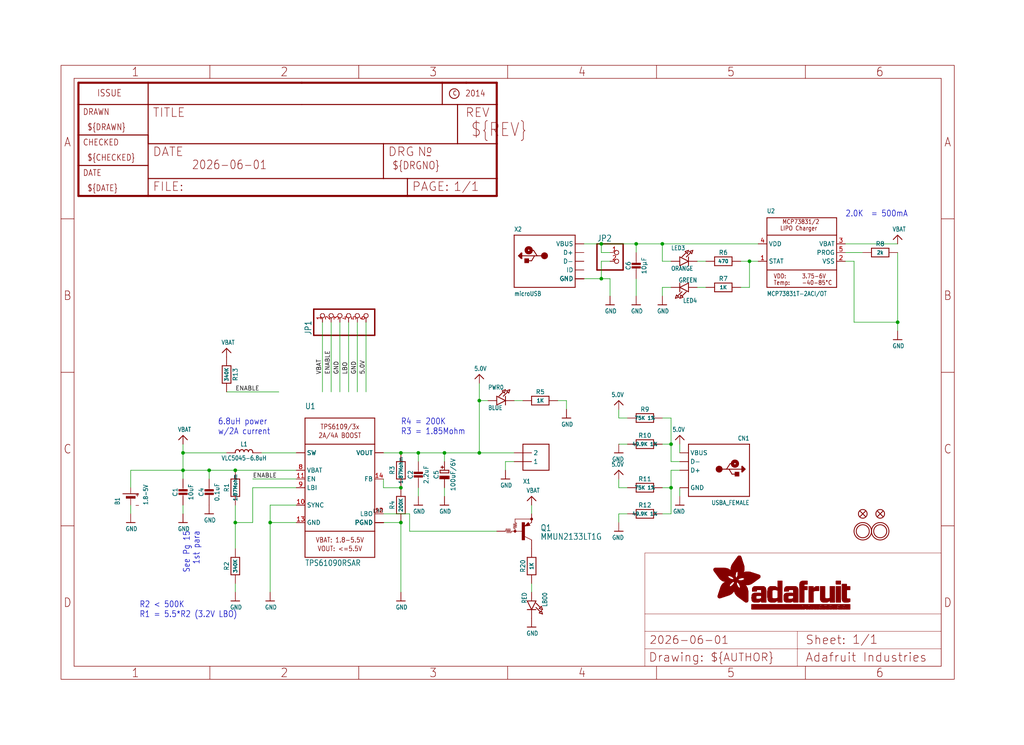
<source format=kicad_sch>
(kicad_sch (version 20230121) (generator eeschema)
  (paper "User" 298.45 217.322)
  (lib_symbols
    (symbol "working-eagle-import:-PNP_DRIVER-SC59-BEC"
      (property "Reference" "T" (at -10.16 7.62 0))
      (symbol "-PNP_DRIVER-SC59-BEC_1_0"
        (pin passive line (at -7.62 0 0) (length 2.54) (name "B") (number "B"))
        (pin passive line (at 2.54 -5.08 90) (length 2.54) (name "C") (number "C"))
        (pin passive line (at 2.54 5.08 270) (length 2.54) (name "E") (number "E"))
      )
    )
    (symbol "working-eagle-import:5.0V" (power)
      (property "Value" "5.0V" (at -1.524 1.016 0))
      (symbol "5.0V_1_0"
        (pin power_in line (at 0 -2.54 90) (length 2.54) (name "5.0V") (number "1"))
      )
    )
    (symbol "working-eagle-import:BATTERY"
      (property "Reference" "B" (at -2.54 3.175 0))
      (symbol "BATTERY_1_0"
        (text "+" (at 1.27 -1.143 900) (effects (font (size 1.27 1.0795)) (justify right top)))
        (text "-" (at -1.778 -1.143 900) (effects (font (size 1.27 1.0795)) (justify right top)))
        (pin passive line (at -2.54 0 0) (length 0) (name "-") (number "1"))
        (pin passive line (at 2.54 0 180) (length 0) (name "+") (number "2"))
      )
    )
    (symbol "working-eagle-import:CAP_CERAMIC0805-NOOUTLINE"
      (property "Reference" "C" (at -2.29 1.25 90))
      (symbol "CAP_CERAMIC0805-NOOUTLINE_1_0"
        (pin passive line (at 0 5.08 270) (length 2.54) (name "1") (number "1"))
        (pin passive line (at 0 -2.54 90) (length 2.54) (name "2") (number "2"))
      )
    )
    (symbol "working-eagle-import:CAP_TANTALUMB/3528_REFLOW"
      (property "Reference" "C" (at -2.39 1.25 90))
      (symbol "CAP_TANTALUMB/3528_REFLOW_1_0"
        (pin passive line (at 0 5.08 270) (length 2.54) (name "+") (number "+"))
        (pin passive line (at 0 -2.54 90) (length 2.54) (name "-") (number "-"))
      )
    )
    (symbol "working-eagle-import:FIDUCIAL{dblquote}{dblquote}")
    (symbol "working-eagle-import:FRAME_A4"
      (symbol "FRAME_A4_1_0"
        (text "1" (at 21.6958 1.905 0) (effects (font (size 2.54 2.286))))
        (text "1" (at 21.6958 177.165 0) (effects (font (size 2.54 2.286))))
        (text "2" (at 65.0875 1.905 0) (effects (font (size 2.54 2.286))))
        (text "2" (at 65.0875 177.165 0) (effects (font (size 2.54 2.286))))
        (text "3" (at 108.4792 1.905 0) (effects (font (size 2.54 2.286))))
        (text "3" (at 108.4792 177.165 0) (effects (font (size 2.54 2.286))))
        (text "4" (at 151.8708 1.905 0) (effects (font (size 2.54 2.286))))
        (text "4" (at 151.8708 177.165 0) (effects (font (size 2.54 2.286))))
        (text "5" (at 195.2625 1.905 0) (effects (font (size 2.54 2.286))))
        (text "5" (at 195.2625 177.165 0) (effects (font (size 2.54 2.286))))
        (text "6" (at 238.6542 1.905 0) (effects (font (size 2.54 2.286))))
        (text "6" (at 238.6542 177.165 0) (effects (font (size 2.54 2.286))))
        (text "A" (at 1.905 156.6863 0) (effects (font (size 2.54 2.286))))
        (text "A" (at 258.445 156.6863 0) (effects (font (size 2.54 2.286))))
        (text "B" (at 1.905 111.9188 0) (effects (font (size 2.54 2.286))))
        (text "B" (at 258.445 111.9188 0) (effects (font (size 2.54 2.286))))
        (text "C" (at 1.905 67.1513 0) (effects (font (size 2.54 2.286))))
        (text "C" (at 258.445 67.1513 0) (effects (font (size 2.54 2.286))))
        (text "D" (at 1.905 22.3838 0) (effects (font (size 2.54 2.286))))
        (text "D" (at 258.445 22.3838 0) (effects (font (size 2.54 2.286))))
      )
      (symbol "FRAME_A4_2_0"
        (text "${#}/${##}" (at 109.22 2.54 0) (effects (font (size 2.54 2.54)) (justify left bottom)))
        (text "${CHECKED}" (at 2.54 11.43 0) (effects (font (size 1.778 1.5113)) (justify left bottom)))
        (text "${COMPANY}" (at 23.6538 29.3687 0) (effects (font (size 3.175 2.6987) (thickness 0.5397) bold) (justify left bottom)))
        (text "${CURRENT_DATE}" (at 33.02 8.89 0) (effects (font (size 2.54 2.159)) (justify left bottom)))
        (text "${DATE}" (at 2.54 2.54 0) (effects (font (size 1.778 1.5113)) (justify left bottom)))
        (text "${DRAWN}" (at 2.54 20.32 0) (effects (font (size 1.778 1.5113)) (justify left bottom)))
        (text "${DRGNO}" (at 91.44 8.89 0) (effects (font (size 2.1844 1.8567)) (justify left bottom)))
        (text "${PROJECTNAME}" (at 33.3375 2.54 0) (effects (font (size 2.54 2.159)) (justify left bottom)))
        (text "${REV}" (at 114.3 18.415 0) (effects (font (size 3.81 3.2385)) (justify left bottom)))
        (text "2014" (at 112.7125 30.1625 0) (effects (font (size 1.778 1.5113)) (justify left bottom)))
        (text "C" (at 109.0612 30.48 0) (effects (font (size 1.27 1.0795)) (justify left bottom)))
        (text "CHECKED" (at 1.27 15.875 0) (effects (font (size 1.778 1.5113)) (justify left bottom)))
        (text "DATE" (at 1.27 6.985 0) (effects (font (size 1.778 1.5113)) (justify left bottom)))
        (text "DATE" (at 21.59 12.7 0) (effects (font (size 2.54 2.54)) (justify left bottom)))
        (text "DRAWN" (at 1.27 24.765 0) (effects (font (size 1.778 1.5113)) (justify left bottom)))
        (text "DRG" (at 90.17 12.7 0) (effects (font (size 2.54 2.54)) (justify left bottom)))
        (text "FILE:" (at 21.59 2.54 0) (effects (font (size 2.54 2.54)) (justify left bottom)))
        (text "ISSUE" (at 5.3975 30.1625 0) (effects (font (size 1.9304 1.6408)) (justify left bottom)))
        (text "N" (at 98.7425 12.7 0) (effects (font (size 2.54 2.54)) (justify left bottom)))
        (text "o" (at 101.2825 13.6525 0) (effects (font (size 2.1844 1.8567)) (justify left bottom)))
        (text "PAGE:" (at 97.155 2.54 0) (effects (font (size 2.54 2.54)) (justify left bottom)))
        (text "REV" (at 112.7125 24.13 0) (effects (font (size 2.54 2.54)) (justify left bottom)))
        (text "TITLE" (at 21.59 24.13 0) (effects (font (size 2.54 2.54)) (justify left bottom)))
      )
    )
    (symbol "working-eagle-import:FRAME_A4_ADAFRUIT"
      (symbol "FRAME_A4_ADAFRUIT_1_0"
        (text "${#}/${##}" (at 230.505 10.16 0) (effects (font (size 2.54 2.54)) (justify left bottom)))
        (text "${AUTHOR}" (at 189.23 5.08 0) (effects (font (size 2.286 2.286)) (justify left bottom)))
        (text "${CURRENT_DATE}" (at 171.45 10.16 0) (effects (font (size 2.286 2.286)) (justify left bottom)))
        (text "${PROJECTNAME}" (at 171.45 15.24 0) (effects (font (size 2.54 2.54)) (justify left bottom)))
        (text "1" (at 21.6958 1.905 0) (effects (font (size 2.54 2.286))))
        (text "1" (at 21.6958 177.165 0) (effects (font (size 2.54 2.286))))
        (text "2" (at 65.0875 1.905 0) (effects (font (size 2.54 2.286))))
        (text "2" (at 65.0875 177.165 0) (effects (font (size 2.54 2.286))))
        (text "3" (at 108.4792 1.905 0) (effects (font (size 2.54 2.286))))
        (text "3" (at 108.4792 177.165 0) (effects (font (size 2.54 2.286))))
        (text "4" (at 151.8708 1.905 0) (effects (font (size 2.54 2.286))))
        (text "4" (at 151.8708 177.165 0) (effects (font (size 2.54 2.286))))
        (text "5" (at 195.2625 1.905 0) (effects (font (size 2.54 2.286))))
        (text "5" (at 195.2625 177.165 0) (effects (font (size 2.54 2.286))))
        (text "6" (at 238.6542 1.905 0) (effects (font (size 2.54 2.286))))
        (text "6" (at 238.6542 177.165 0) (effects (font (size 2.54 2.286))))
        (text "A" (at 1.905 156.6863 0) (effects (font (size 2.54 2.286))))
        (text "A" (at 258.445 156.6863 0) (effects (font (size 2.54 2.286))))
        (text "Adafruit Industries" (at 216.916 4.953 0) (effects (font (size 2.54 2.54)) (justify left bottom)))
        (text "B" (at 1.905 111.9188 0) (effects (font (size 2.54 2.286))))
        (text "B" (at 258.445 111.9188 0) (effects (font (size 2.54 2.286))))
        (text "C" (at 1.905 67.1513 0) (effects (font (size 2.54 2.286))))
        (text "C" (at 258.445 67.1513 0) (effects (font (size 2.54 2.286))))
        (text "D" (at 1.905 22.3838 0) (effects (font (size 2.54 2.286))))
        (text "D" (at 258.445 22.3838 0) (effects (font (size 2.54 2.286))))
        (text "Drawing:" (at 171.196 4.953 0) (effects (font (size 2.54 2.54)) (justify left bottom)))
        (text "Sheet:" (at 216.916 10.033 0) (effects (font (size 2.54 2.54)) (justify left bottom)))
      )
    )
    (symbol "working-eagle-import:GND" (power)
      (property "Value" "GND" (at -1.524 -2.54 0))
      (symbol "GND_1_0"
        (pin power_in line (at 0 2.54 270) (length 2.54) (name "GND") (number "1"))
      )
    )
    (symbol "working-eagle-import:HEADER-1X2ROUND"
      (property "Reference" "JP" (at -6.35 5.715 0))
      (symbol "HEADER-1X2ROUND_1_0"
        (pin passive inverted (at -2.54 2.54 0) (length 2.54) (name "1") (number "1"))
        (pin passive inverted (at -2.54 0 0) (length 2.54) (name "2") (number "2"))
      )
    )
    (symbol "working-eagle-import:INDUCTORTDK_VLC5045"
      (property "Reference" "L" (at 0 2.54 0))
      (symbol "INDUCTORTDK_VLC5045_1_0"
        (pin passive line (at -5.08 0 0) (length 2.54) (name "1") (number "P$1"))
        (pin passive line (at 5.08 0 180) (length 2.54) (name "2") (number "P$2"))
      )
    )
    (symbol "working-eagle-import:LED0805_NOOUTLINE"
      (property "Reference" "LED" (at -5.08 3.175 0))
      (symbol "LED0805_NOOUTLINE_1_0"
        (pin passive line (at -5.08 0 0) (length 2.54) (name "A") (number "A"))
        (pin passive line (at 2.54 0 180) (length 2.54) (name "C") (number "C"))
      )
    )
    (symbol "working-eagle-import:MCP73831/2"
      (property "Reference" "U" (at -10.16 11.43 0))
      (symbol "MCP73831/2_1_0"
        (text "-40-85°C" (at 0 -9.525 0) (effects (font (size 1.27 1.0795)) (justify left bottom)))
        (text "3.75-6V" (at 0 -7.62 0) (effects (font (size 1.27 1.0795)) (justify left bottom)))
        (text "LIPO Charger" (at -6.35 6.35 0) (effects (font (size 1.27 1.0795)) (justify left bottom)))
        (text "MCP73831/2" (at -5.715 8.255 0) (effects (font (size 1.27 1.0795)) (justify left bottom)))
        (text "Temp:" (at -8.255 -9.525 0) (effects (font (size 1.27 1.0795)) (justify left bottom)))
        (text "VDD:" (at -8.255 -7.62 0) (effects (font (size 1.27 1.0795)) (justify left bottom)))
        (pin output line (at -12.7 -2.54 0) (length 2.54) (name "STAT") (number "1"))
        (pin power_in line (at 12.7 -2.54 180) (length 2.54) (name "VSS") (number "2"))
        (pin power_in line (at 12.7 2.54 180) (length 2.54) (name "VBAT") (number "3"))
        (pin power_in line (at -12.7 2.54 0) (length 2.54) (name "VDD") (number "4"))
        (pin input line (at 12.7 0 180) (length 2.54) (name "PROG") (number "5"))
      )
    )
    (symbol "working-eagle-import:MOUNTINGHOLE2.5")
    (symbol "working-eagle-import:PINHD-1X6CB"
      (property "Reference" "JP" (at -6.35 10.795 0))
      (symbol "PINHD-1X6CB_1_0"
        (pin passive inverted (at -2.54 7.62 0) (length 2.54) (name "1") (number "1"))
        (pin passive inverted (at -2.54 5.08 0) (length 2.54) (name "2") (number "2"))
        (pin passive inverted (at -2.54 2.54 0) (length 2.54) (name "3") (number "3"))
        (pin passive inverted (at -2.54 0 0) (length 2.54) (name "4") (number "4"))
        (pin passive inverted (at -2.54 -2.54 0) (length 2.54) (name "5") (number "5"))
        (pin passive inverted (at -2.54 -5.08 0) (length 2.54) (name "6") (number "6"))
      )
    )
    (symbol "working-eagle-import:RESISTOR0805_NOOUTLINE"
      (property "Reference" "R" (at 0 2.54 0))
      (symbol "RESISTOR0805_NOOUTLINE_1_0"
        (pin passive line (at -5.08 0 0) (length 2.54) (name "1") (number "1"))
        (pin passive line (at 5.08 0 180) (length 2.54) (name "2") (number "2"))
      )
    )
    (symbol "working-eagle-import:TERMBLOCK_1X2"
      (property "Reference" "X" (at -2.54 7.62 0))
      (symbol "TERMBLOCK_1X2_1_0"
        (pin passive line (at -5.08 2.54 0) (length 5.08) (name "1") (number "1"))
        (pin passive line (at -5.08 0 0) (length 5.08) (name "2") (number "2"))
      )
    )
    (symbol "working-eagle-import:USBMICRO_20329"
      (property "Reference" "X" (at -10.16 8.636 0))
      (symbol "USBMICRO_20329_1_0"
        (pin power_in line (at 10.16 -5.08 180) (length 2.54) (name "GND") (number "BASE@1"))
        (pin power_in line (at 10.16 -5.08 180) (length 2.54) (name "GND") (number "BASE@2"))
        (pin bidirectional line (at 10.16 2.54 180) (length 2.54) (name "D+") (number "D+"))
        (pin bidirectional line (at 10.16 0 180) (length 2.54) (name "D-") (number "D-"))
        (pin power_in line (at 10.16 -5.08 180) (length 2.54) (name "GND") (number "GND"))
        (pin bidirectional line (at 10.16 -2.54 180) (length 2.54) (name "ID") (number "ID"))
        (pin power_in line (at 10.16 -5.08 180) (length 2.54) (name "GND") (number "SPRT@1"))
        (pin power_in line (at 10.16 -5.08 180) (length 2.54) (name "GND") (number "SPRT@2"))
        (pin power_in line (at 10.16 -5.08 180) (length 2.54) (name "GND") (number "SPRT@3"))
        (pin power_in line (at 10.16 -5.08 180) (length 2.54) (name "GND") (number "SPRT@4"))
        (pin power_in line (at 10.16 5.08 180) (length 2.54) (name "VBUS") (number "VBUS"))
      )
    )
    (symbol "working-eagle-import:USB_TYPEAPTHFML"
      (property "Reference" "X" (at -10.16 8.636 0))
      (symbol "USB_TYPEAPTHFML_1_0"
        (pin bidirectional line (at 10.16 0 180) (length 2.54) (name "D+") (number "D+"))
        (pin bidirectional line (at 10.16 2.54 180) (length 2.54) (name "D-") (number "D-"))
        (pin power_in line (at 10.16 -5.08 180) (length 2.54) (name "GND") (number "GND"))
        (pin power_in line (at 10.16 5.08 180) (length 2.54) (name "VBUS") (number "VBUS"))
      )
    )
    (symbol "working-eagle-import:VBAT" (power)
      (property "Value" "VBAT" (at -1.524 1.016 0))
      (symbol "VBAT_1_0"
        (pin power_in line (at 0 -2.54 90) (length 2.54) (name "VBAT") (number "1"))
      )
    )
    (symbol "working-eagle-import:VREG_TPS6103X"
      (property "Reference" "U" (at -10.16 22.86 0))
      (symbol "VREG_TPS6103X_1_0"
        (text "2A/4A BOOST" (at 0 15.24 0) (effects (font (size 1.4224 1.209))))
        (text "TPS6109/3x" (at 0 17.78 0) (effects (font (size 1.4224 1.209))))
        (text "VBAT: 1.8-5.5V" (at 0 -15.24 0) (effects (font (size 1.4224 1.209))))
        (text "VOUT: <=5.5V" (at 0 -17.78 0) (effects (font (size 1.4224 1.209))))
        (pin power_in line (at 12.7 10.16 180) (length 2.54) (name "VOUT") (number "1"))
        (pin input line (at -12.7 -5.08 0) (length 2.54) (name "SYNC") (number "10"))
        (pin input line (at -12.7 2.54 0) (length 2.54) (name "EN") (number "11"))
        (pin output line (at 12.7 -7.62 180) (length 2.54) (name "LBO") (number "12"))
        (pin power_in line (at -12.7 -10.16 0) (length 2.54) (name "GND") (number "13"))
        (pin input line (at 12.7 2.54 180) (length 2.54) (name "FB") (number "14"))
        (pin power_in line (at 12.7 10.16 180) (length 2.54) (name "VOUT") (number "15"))
        (pin power_in line (at 12.7 10.16 180) (length 2.54) (name "VOUT") (number "16"))
        (pin input line (at -12.7 10.16 0) (length 2.54) (name "SW") (number "3"))
        (pin input line (at -12.7 10.16 0) (length 2.54) (name "SW") (number "4"))
        (pin power_in line (at 12.7 -10.16 180) (length 2.54) (name "PGND") (number "5"))
        (pin power_in line (at 12.7 -10.16 180) (length 2.54) (name "PGND") (number "6"))
        (pin power_in line (at 12.7 -10.16 180) (length 2.54) (name "PGND") (number "7"))
        (pin input line (at -12.7 5.08 0) (length 2.54) (name "VBAT") (number "8"))
        (pin input line (at -12.7 0 0) (length 2.54) (name "LBI") (number "9"))
        (pin power_in line (at 12.7 -10.16 180) (length 2.54) (name "PGND") (number "P$18"))
        (pin power_in line (at 12.7 -10.16 180) (length 2.54) (name "PGND") (number "P$19"))
        (pin power_in line (at 12.7 -10.16 180) (length 2.54) (name "PGND") (number "P$20"))
        (pin power_in line (at 12.7 -10.16 180) (length 2.54) (name "PGND") (number "P$21"))
        (pin power_in line (at 12.7 -10.16 180) (length 2.54) (name "PGND") (number "P$22"))
        (pin power_in line (at 12.7 -10.16 180) (length 2.54) (name "PGND") (number "THERMAL"))
      )
    )
  )
  (junction (at 116.84 152.4))
  (junction (at 129.54 132.08))
  (junction (at 53.34 132.08))
  (junction (at 60.96 137.16))
  (junction (at 139.7 116.84))
  (junction (at 175.26 71.12))
  (junction (at 218.44 76.2))
  (junction (at 175.26 81.28))
  (junction (at 261.62 93.98))
  (junction (at 195.58 129.54))
  (junction (at 195.58 142.24))
  (junction (at 78.74 152.4))
  (junction (at 53.34 137.16))
  (junction (at 68.58 152.4))
  (junction (at 193.04 71.12))
  (junction (at 116.84 142.24))
  (junction (at 121.92 132.08))
  (junction (at 116.84 132.08))
  (junction (at 68.58 137.16))
  (junction (at 139.7 132.08))
  (junction (at 185.42 71.12))
  (wire (pts (xy 195.58 137.16) (xy 195.58 142.24)) (stroke (width 0.1524)))
  (wire (pts (xy 73.66 152.4) (xy 73.66 142.24)) (stroke (width 0.1524)))
  (wire (pts (xy 116.84 132.08) (xy 121.92 132.08)) (stroke (width 0.1524)))
  (wire (pts (xy 195.58 134.62) (xy 195.58 129.54)) (stroke (width 0.1524)))
  (wire (pts (xy 175.26 81.28) (xy 177.8 81.28)) (stroke (width 0.1524)))
  (wire (pts (xy 198.12 134.62) (xy 195.58 134.62)) (stroke (width 0.1524)))
  (wire (pts (xy 248.92 93.98) (xy 261.62 93.98)) (stroke (width 0.1524)))
  (wire (pts (xy 215.9 76.2) (xy 218.44 76.2)) (stroke (width 0.1524)))
  (wire (pts (xy 175.26 76.2) (xy 175.26 81.28)) (stroke (width 0.1524)))
  (wire (pts (xy 60.96 137.16) (xy 53.34 137.16)) (stroke (width 0.1524)))
  (wire (pts (xy 86.36 132.08) (xy 76.2 132.08)) (stroke (width 0.1524)))
  (wire (pts (xy 53.34 132.08) (xy 53.34 129.54)) (stroke (width 0.1524)))
  (wire (pts (xy 38.1 137.16) (xy 53.34 137.16)) (stroke (width 0.1524)))
  (wire (pts (xy 182.88 142.24) (xy 180.34 142.24)) (stroke (width 0.1524)))
  (wire (pts (xy 261.62 73.66) (xy 261.62 93.98)) (stroke (width 0.1524)))
  (wire (pts (xy 218.44 76.2) (xy 220.98 76.2)) (stroke (width 0.1524)))
  (wire (pts (xy 68.58 152.4) (xy 68.58 160.02)) (stroke (width 0.1524)))
  (wire (pts (xy 38.1 137.16) (xy 38.1 142.24)) (stroke (width 0.1524)))
  (wire (pts (xy 129.54 142.24) (xy 129.54 144.78)) (stroke (width 0.1524)))
  (wire (pts (xy 170.18 71.12) (xy 175.26 71.12)) (stroke (width 0.1524)))
  (wire (pts (xy 147.32 134.62) (xy 149.86 134.62)) (stroke (width 0.1524)))
  (wire (pts (xy 111.76 132.08) (xy 116.84 132.08)) (stroke (width 0.1524)))
  (wire (pts (xy 73.66 152.4) (xy 68.58 152.4)) (stroke (width 0.1524)))
  (wire (pts (xy 38.1 147.32) (xy 38.1 149.86)) (stroke (width 0.1524)))
  (wire (pts (xy 78.74 147.32) (xy 78.74 152.4)) (stroke (width 0.1524)))
  (wire (pts (xy 261.62 71.12) (xy 246.38 71.12)) (stroke (width 0.1524)))
  (wire (pts (xy 119.38 149.86) (xy 119.38 154.94)) (stroke (width 0.1524)))
  (wire (pts (xy 177.8 73.66) (xy 175.26 73.66)) (stroke (width 0.1524)))
  (wire (pts (xy 180.34 149.86) (xy 180.34 152.4)) (stroke (width 0.1524)))
  (wire (pts (xy 86.36 139.7) (xy 73.66 139.7)) (stroke (width 0.1524)))
  (wire (pts (xy 66.04 132.08) (xy 53.34 132.08)) (stroke (width 0.1524)))
  (wire (pts (xy 101.6 93.98) (xy 101.6 114.3)) (stroke (width 0.1524)))
  (wire (pts (xy 68.58 137.16) (xy 60.96 137.16)) (stroke (width 0.1524)))
  (wire (pts (xy 86.36 142.24) (xy 73.66 142.24)) (stroke (width 0.1524)))
  (wire (pts (xy 86.36 137.16) (xy 68.58 137.16)) (stroke (width 0.1524)))
  (wire (pts (xy 198.12 137.16) (xy 195.58 137.16)) (stroke (width 0.1524)))
  (wire (pts (xy 149.86 132.08) (xy 139.7 132.08)) (stroke (width 0.1524)))
  (wire (pts (xy 121.92 142.24) (xy 121.92 144.78)) (stroke (width 0.1524)))
  (wire (pts (xy 96.52 93.98) (xy 96.52 114.3)) (stroke (width 0.1524)))
  (wire (pts (xy 106.68 93.98) (xy 106.68 114.3)) (stroke (width 0.1524)))
  (wire (pts (xy 170.18 81.28) (xy 175.26 81.28)) (stroke (width 0.1524)))
  (wire (pts (xy 185.42 71.12) (xy 193.04 71.12)) (stroke (width 0.1524)))
  (wire (pts (xy 68.58 152.4) (xy 68.58 147.32)) (stroke (width 0.1524)))
  (wire (pts (xy 180.34 142.24) (xy 180.34 139.7)) (stroke (width 0.1524)))
  (wire (pts (xy 195.58 76.2) (xy 193.04 76.2)) (stroke (width 0.1524)))
  (wire (pts (xy 177.8 81.28) (xy 177.8 86.36)) (stroke (width 0.1524)))
  (wire (pts (xy 111.76 139.7) (xy 111.76 142.24)) (stroke (width 0.1524)))
  (wire (pts (xy 198.12 142.24) (xy 198.12 144.78)) (stroke (width 0.1524)))
  (wire (pts (xy 180.34 121.92) (xy 180.34 119.38)) (stroke (width 0.1524)))
  (wire (pts (xy 147.32 134.62) (xy 147.32 137.16)) (stroke (width 0.1524)))
  (wire (pts (xy 195.58 121.92) (xy 193.04 121.92)) (stroke (width 0.1524)))
  (wire (pts (xy 121.92 132.08) (xy 129.54 132.08)) (stroke (width 0.1524)))
  (wire (pts (xy 111.76 149.86) (xy 119.38 149.86)) (stroke (width 0.1524)))
  (wire (pts (xy 86.36 152.4) (xy 78.74 152.4)) (stroke (width 0.1524)))
  (wire (pts (xy 78.74 152.4) (xy 78.74 172.72)) (stroke (width 0.1524)))
  (wire (pts (xy 111.76 152.4) (xy 116.84 152.4)) (stroke (width 0.1524)))
  (wire (pts (xy 93.98 93.98) (xy 93.98 114.3)) (stroke (width 0.1524)))
  (wire (pts (xy 165.1 116.84) (xy 165.1 119.38)) (stroke (width 0.1524)))
  (wire (pts (xy 182.88 129.54) (xy 180.34 129.54)) (stroke (width 0.1524)))
  (wire (pts (xy 53.34 147.32) (xy 53.34 149.86)) (stroke (width 0.1524)))
  (wire (pts (xy 104.14 93.98) (xy 104.14 114.3)) (stroke (width 0.1524)))
  (wire (pts (xy 121.92 134.62) (xy 121.92 132.08)) (stroke (width 0.1524)))
  (wire (pts (xy 129.54 132.08) (xy 129.54 134.62)) (stroke (width 0.1524)))
  (wire (pts (xy 185.42 81.28) (xy 185.42 86.36)) (stroke (width 0.1524)))
  (wire (pts (xy 68.58 172.72) (xy 68.58 170.18)) (stroke (width 0.1524)))
  (wire (pts (xy 86.36 147.32) (xy 78.74 147.32)) (stroke (width 0.1524)))
  (wire (pts (xy 129.54 132.08) (xy 139.7 132.08)) (stroke (width 0.1524)))
  (wire (pts (xy 198.12 132.08) (xy 198.12 129.54)) (stroke (width 0.1524)))
  (wire (pts (xy 99.06 114.3) (xy 99.06 93.98)) (stroke (width 0.1524)))
  (wire (pts (xy 246.38 76.2) (xy 248.92 76.2)) (stroke (width 0.1524)))
  (wire (pts (xy 193.04 76.2) (xy 193.04 71.12)) (stroke (width 0.1524)))
  (wire (pts (xy 185.42 73.66) (xy 185.42 71.12)) (stroke (width 0.1524)))
  (wire (pts (xy 149.86 116.84) (xy 152.4 116.84)) (stroke (width 0.1524)))
  (wire (pts (xy 53.34 132.08) (xy 53.34 137.16)) (stroke (width 0.1524)))
  (wire (pts (xy 205.74 83.82) (xy 203.2 83.82)) (stroke (width 0.1524)))
  (wire (pts (xy 162.56 116.84) (xy 165.1 116.84)) (stroke (width 0.1524)))
  (wire (pts (xy 111.76 142.24) (xy 116.84 142.24)) (stroke (width 0.1524)))
  (wire (pts (xy 139.7 132.08) (xy 139.7 116.84)) (stroke (width 0.1524)))
  (wire (pts (xy 182.88 149.86) (xy 180.34 149.86)) (stroke (width 0.1524)))
  (wire (pts (xy 175.26 71.12) (xy 185.42 71.12)) (stroke (width 0.1524)))
  (wire (pts (xy 139.7 116.84) (xy 139.7 111.76)) (stroke (width 0.1524)))
  (wire (pts (xy 261.62 93.98) (xy 261.62 96.52)) (stroke (width 0.1524)))
  (wire (pts (xy 195.58 142.24) (xy 195.58 149.86)) (stroke (width 0.1524)))
  (wire (pts (xy 154.94 172.72) (xy 154.94 170.18)) (stroke (width 0.1524)))
  (wire (pts (xy 116.84 152.4) (xy 116.84 172.72)) (stroke (width 0.1524)))
  (wire (pts (xy 246.38 73.66) (xy 251.46 73.66)) (stroke (width 0.1524)))
  (wire (pts (xy 81.28 114.3) (xy 66.04 114.3)) (stroke (width 0.1524)))
  (wire (pts (xy 142.24 116.84) (xy 139.7 116.84)) (stroke (width 0.1524)))
  (wire (pts (xy 175.26 73.66) (xy 175.26 71.12)) (stroke (width 0.1524)))
  (wire (pts (xy 195.58 149.86) (xy 193.04 149.86)) (stroke (width 0.1524)))
  (wire (pts (xy 60.96 139.7) (xy 60.96 137.16)) (stroke (width 0.1524)))
  (wire (pts (xy 203.2 76.2) (xy 205.74 76.2)) (stroke (width 0.1524)))
  (wire (pts (xy 193.04 83.82) (xy 193.04 86.36)) (stroke (width 0.1524)))
  (wire (pts (xy 248.92 76.2) (xy 248.92 93.98)) (stroke (width 0.1524)))
  (wire (pts (xy 193.04 71.12) (xy 220.98 71.12)) (stroke (width 0.1524)))
  (wire (pts (xy 119.38 154.94) (xy 144.78 154.94)) (stroke (width 0.1524)))
  (wire (pts (xy 195.58 129.54) (xy 193.04 129.54)) (stroke (width 0.1524)))
  (wire (pts (xy 195.58 129.54) (xy 195.58 121.92)) (stroke (width 0.1524)))
  (wire (pts (xy 215.9 83.82) (xy 218.44 83.82)) (stroke (width 0.1524)))
  (wire (pts (xy 195.58 83.82) (xy 193.04 83.82)) (stroke (width 0.1524)))
  (wire (pts (xy 182.88 121.92) (xy 180.34 121.92)) (stroke (width 0.1524)))
  (wire (pts (xy 195.58 142.24) (xy 193.04 142.24)) (stroke (width 0.1524)))
  (wire (pts (xy 177.8 76.2) (xy 175.26 76.2)) (stroke (width 0.1524)))
  (wire (pts (xy 154.94 149.86) (xy 154.94 147.32)) (stroke (width 0.1524)))
  (wire (pts (xy 218.44 83.82) (xy 218.44 76.2)) (stroke (width 0.1524)))
  (wire (pts (xy 53.34 137.16) (xy 53.34 139.7)) (stroke (width 0.1524)))
  (text "2.0K  = 500mA" (at 246.38 63.5 0) (effects (font (size 1.778 1.5113)) (justify left bottom)))
  (text "R4 = 200K\nR3 = 1.85Mohm" (at 116.84 127 0) (effects (font (size 1.778 1.5113)) (justify left bottom)))
  (text "6.8uH power\nw/2A current" (at 63.5 127 0) (effects (font (size 1.778 1.5113)) (justify left bottom)))
  (text "See Pg 15\n1st para" (at 53.34 154.94 90) (effects (font (size 1.778 1.5113)) (justify right top)))
  (text "R2 < 500K\nR1 = 5.5*R2 (3.2V LBO)" (at 40.64 180.34 0) (effects (font (size 1.778 1.5113)) (justify left bottom)))
  (label "GND" (at 99.06 109.22 90) (effects (font (size 1.2446 1.2446))))
  (label "LBO" (at 111.76 149.86 180) (effects (font (size 1.016 1.016))))
  (label "ENABLE" (at 96.52 109.22 90) (effects (font (size 1.2446 1.2446))))
  (label "ENABLE" (at 73.66 139.7 0) (effects (font (size 1.2446 1.2446))))
  (label "5.0V" (at 106.68 109.22 90) (effects (font (size 1.2446 1.2446))))
  (label "ENABLE" (at 68.58 114.3 0) (effects (font (size 1.2446 1.2446))))
  (label "LBO" (at 101.6 109.22 90) (effects (font (size 1.2446 1.2446))))
  (label "VBAT" (at 93.98 109.22 90) (effects (font (size 1.2446 1.2446))))
  (label "GND" (at 104.14 109.22 90) (effects (font (size 1.2446 1.2446))))
  (symbol (lib_id "working-eagle-import:FIDUCIAL{dblquote}{dblquote}") (at 251.46 149.86 0) (unit 1)
    (property "Reference" "FID3" (effects hide))
    (property "Value" "FIDUCIAL{dblquote}{dblquote}" (effects hide))
    (property "Footprint" "working:FIDUCIAL_1MM" (effects hide))
    (property "BOM" "EXCLUDE" (effects hide))
  )
  (symbol (lib_id "working-eagle-import:USB_TYPEAPTHFML") (at 208.28 137.16 0) (mirror y) (unit 1)
    (property "Reference" "CN1" (at 218.44 128.524 0) (effects (font (size 1.27 1.0795)) (justify left bottom)))
    (property "Value" "USBA_FEMALE" (at 218.44 147.32 0) (effects (font (size 1.27 1.0795)) (justify left bottom)))
    (property "Footprint" "working:USB_HOST-PTH" (effects hide))
  )
  (symbol (lib_id "working-eagle-import:GND") (at 180.34 132.08 0) (mirror y) (unit 1)
    (property "Reference" "#U$18" (effects hide))
    (property "Value" "GND" (at 181.864 134.62 0) (effects (font (size 1.27 1.0795)) (justify left bottom)))
  )
  (symbol (lib_id "working-eagle-import:LED0805_NOOUTLINE") (at 147.32 116.84 0) (unit 1)
    (property "Reference" "PWR0" (at 142.24 113.665 0) (effects (font (size 1.27 1.0795)) (justify left bottom)))
    (property "Value" "BLUE" (at 142.24 119.634 0) (effects (font (size 1.27 1.0795)) (justify left bottom)))
    (property "Footprint" "working:CHIPLED_0805_NOOUTLINE" (effects hide))
  )
  (symbol (lib_id "working-eagle-import:RESISTOR0805_NOOUTLINE") (at 187.96 142.24 0) (mirror y) (unit 1)
    (property "Reference" "R11" (at 187.96 139.7 0))
    (property "Value" "75K 1%" (at 187.96 142.24 0) (effects (font (size 1.016 1.016) bold)))
    (property "Footprint" "working:0805-NO" (effects hide))
  )
  (symbol (lib_id "working-eagle-import:5.0V") (at 198.12 127 0) (mirror y) (unit 1)
    (property "Reference" "#U$17" (effects hide))
    (property "Value" "5.0V" (at 199.644 125.984 0) (effects (font (size 1.27 1.0795)) (justify left bottom)))
  )
  (symbol (lib_id "working-eagle-import:BATTERY") (at 38.1 144.78 90) (unit 1)
    (property "Reference" "B1" (at 34.925 147.32 0) (effects (font (size 1.27 1.0795)) (justify left bottom)))
    (property "Value" "1.8-5V" (at 43.18 147.32 0) (effects (font (size 1.27 1.0795)) (justify left bottom)))
    (property "Footprint" "working:JSTPH2" (effects hide))
  )
  (symbol (lib_id "working-eagle-import:GND") (at 68.58 175.26 0) (unit 1)
    (property "Reference" "#U$1" (effects hide))
    (property "Value" "GND" (at 67.056 177.8 0) (effects (font (size 1.27 1.0795)) (justify left bottom)))
  )
  (symbol (lib_id "working-eagle-import:VREG_TPS6103X") (at 99.06 142.24 0) (unit 1)
    (property "Reference" "U1" (at 88.9 119.38 0) (effects (font (size 1.6764 1.4249)) (justify left bottom)))
    (property "Value" "TPS61090RSAR" (at 88.9 165.1 0) (effects (font (size 1.6764 1.4249)) (justify left bottom)))
    (property "Footprint" "working:PVQFN-16" (effects hide))
  )
  (symbol (lib_id "working-eagle-import:CAP_CERAMIC0805-NOOUTLINE") (at 185.42 78.74 0) (unit 1)
    (property "Reference" "C6" (at 183.13 77.49 90))
    (property "Value" "10µF" (at 187.72 77.49 90))
    (property "Footprint" "working:0805-NO" (effects hide))
  )
  (symbol (lib_id "working-eagle-import:RESISTOR0805_NOOUTLINE") (at 66.04 109.22 270) (unit 1)
    (property "Reference" "R13" (at 68.58 109.22 0))
    (property "Value" "340K" (at 66.04 109.22 0) (effects (font (size 1.016 1.016) bold)))
    (property "Footprint" "working:0805-NO" (effects hide))
  )
  (symbol (lib_id "working-eagle-import:RESISTOR0805_NOOUTLINE") (at 256.54 73.66 0) (unit 1)
    (property "Reference" "R8" (at 256.54 71.12 0))
    (property "Value" "2k" (at 256.54 73.66 0) (effects (font (size 1.016 1.016) bold)))
    (property "Footprint" "working:0805-NO" (effects hide))
  )
  (symbol (lib_id "working-eagle-import:RESISTOR0805_NOOUTLINE") (at 210.82 83.82 0) (unit 1)
    (property "Reference" "R7" (at 210.82 81.28 0))
    (property "Value" "1K" (at 210.82 83.82 0) (effects (font (size 1.016 1.016) bold)))
    (property "Footprint" "working:0805-NO" (effects hide))
  )
  (symbol (lib_id "working-eagle-import:RESISTOR0805_NOOUTLINE") (at 68.58 142.24 90) (unit 1)
    (property "Reference" "R1" (at 66.04 142.24 0))
    (property "Value" "1.87Mohm" (at 68.58 142.24 0) (effects (font (size 1.016 1.016) bold)))
    (property "Footprint" "working:0805-NO" (effects hide))
  )
  (symbol (lib_id "working-eagle-import:GND") (at 116.84 175.26 0) (unit 1)
    (property "Reference" "#U$3" (effects hide))
    (property "Value" "GND" (at 115.316 177.8 0) (effects (font (size 1.27 1.0795)) (justify left bottom)))
  )
  (symbol (lib_id "working-eagle-import:GND") (at 129.54 147.32 0) (unit 1)
    (property "Reference" "#U$8" (effects hide))
    (property "Value" "GND" (at 128.016 149.86 0) (effects (font (size 1.27 1.0795)) (justify left bottom)))
  )
  (symbol (lib_id "working-eagle-import:RESISTOR0805_NOOUTLINE") (at 116.84 137.16 90) (unit 1)
    (property "Reference" "R3" (at 114.3 137.16 0))
    (property "Value" "1.87Mohm" (at 116.84 137.16 0) (effects (font (size 1.016 1.016) bold)))
    (property "Footprint" "working:0805-NO" (effects hide))
  )
  (symbol (lib_id "working-eagle-import:CAP_CERAMIC0805-NOOUTLINE") (at 60.96 144.78 0) (unit 1)
    (property "Reference" "C4" (at 58.67 143.53 90))
    (property "Value" "0.1uF" (at 63.26 143.53 90))
    (property "Footprint" "working:0805-NO" (effects hide))
  )
  (symbol (lib_id "working-eagle-import:RESISTOR0805_NOOUTLINE") (at 210.82 76.2 0) (unit 1)
    (property "Reference" "R6" (at 210.82 73.66 0))
    (property "Value" "470" (at 210.82 76.2 0) (effects (font (size 1.016 1.016) bold)))
    (property "Footprint" "working:0805-NO" (effects hide))
  )
  (symbol (lib_id "working-eagle-import:GND") (at 154.94 182.88 0) (unit 1)
    (property "Reference" "#U$20" (effects hide))
    (property "Value" "GND" (at 153.416 185.42 0) (effects (font (size 1.27 1.0795)) (justify left bottom)))
  )
  (symbol (lib_id "working-eagle-import:FRAME_A4") (at 22.86 58.42 0) (unit 2)
    (property "Reference" "#FRAME1" (effects hide))
    (property "Value" "FRAME_A4" (effects hide))
  )
  (symbol (lib_id "working-eagle-import:RESISTOR0805_NOOUTLINE") (at 187.96 121.92 0) (mirror y) (unit 1)
    (property "Reference" "R9" (at 187.96 119.38 0))
    (property "Value" "75K 1%" (at 187.96 121.92 0) (effects (font (size 1.016 1.016) bold)))
    (property "Footprint" "working:0805-NO" (effects hide))
  )
  (symbol (lib_id "working-eagle-import:GND") (at 53.34 152.4 0) (unit 1)
    (property "Reference" "#U$4" (effects hide))
    (property "Value" "GND" (at 51.816 154.94 0) (effects (font (size 1.27 1.0795)) (justify left bottom)))
  )
  (symbol (lib_id "working-eagle-import:VBAT") (at 154.94 144.78 0) (unit 1)
    (property "Reference" "#U$11" (effects hide))
    (property "Value" "VBAT" (at 153.416 143.764 0) (effects (font (size 1.27 1.0795)) (justify left bottom)))
  )
  (symbol (lib_id "working-eagle-import:GND") (at 261.62 99.06 0) (unit 1)
    (property "Reference" "#U$32" (effects hide))
    (property "Value" "GND" (at 260.096 101.6 0) (effects (font (size 1.27 1.0795)) (justify left bottom)))
  )
  (symbol (lib_id "working-eagle-import:VBAT") (at 53.34 127 0) (unit 1)
    (property "Reference" "#U$19" (effects hide))
    (property "Value" "VBAT" (at 51.816 125.984 0) (effects (font (size 1.27 1.0795)) (justify left bottom)))
  )
  (symbol (lib_id "working-eagle-import:5.0V") (at 180.34 137.16 0) (mirror y) (unit 1)
    (property "Reference" "#U$16" (effects hide))
    (property "Value" "5.0V" (at 181.864 136.144 0) (effects (font (size 1.27 1.0795)) (justify left bottom)))
  )
  (symbol (lib_id "working-eagle-import:LED0805_NOOUTLINE") (at 154.94 177.8 270) (unit 1)
    (property "Reference" "LBO0" (at 158.115 172.72 0) (effects (font (size 1.27 1.0795)) (justify left bottom)))
    (property "Value" "RED" (at 152.146 172.72 0) (effects (font (size 1.27 1.0795)) (justify left bottom)))
    (property "Footprint" "working:CHIPLED_0805_NOOUTLINE" (effects hide))
  )
  (symbol (lib_id "working-eagle-import:RESISTOR0805_NOOUTLINE") (at 154.94 165.1 90) (unit 1)
    (property "Reference" "R20" (at 152.4 165.1 0))
    (property "Value" "1K" (at 154.94 165.1 0) (effects (font (size 1.016 1.016) bold)))
    (property "Footprint" "working:0805-NO" (effects hide))
  )
  (symbol (lib_id "working-eagle-import:GND") (at 78.74 175.26 0) (unit 1)
    (property "Reference" "#U$2" (effects hide))
    (property "Value" "GND" (at 77.216 177.8 0) (effects (font (size 1.27 1.0795)) (justify left bottom)))
  )
  (symbol (lib_id "working-eagle-import:GND") (at 147.32 139.7 0) (unit 1)
    (property "Reference" "#U$9" (effects hide))
    (property "Value" "GND" (at 145.796 142.24 0) (effects (font (size 1.27 1.0795)) (justify left bottom)))
  )
  (symbol (lib_id "working-eagle-import:RESISTOR0805_NOOUTLINE") (at 187.96 149.86 0) (mirror y) (unit 1)
    (property "Reference" "R12" (at 187.96 147.32 0))
    (property "Value" "49.9K 1%" (at 187.96 149.86 0) (effects (font (size 1.016 1.016) bold)))
    (property "Footprint" "working:0805-NO" (effects hide))
  )
  (symbol (lib_id "working-eagle-import:TERMBLOCK_1X2") (at 154.94 132.08 0) (mirror x) (unit 1)
    (property "Reference" "X1" (at 152.4 139.7 0) (effects (font (size 1.27 1.0795)) (justify left bottom)))
    (property "Value" "TERMBLOCK_1X2" (effects hide))
    (property "Footprint" "working:TERMBLOCK_1X2-3.5MM" (effects hide))
  )
  (symbol (lib_id "working-eagle-import:GND") (at 198.12 147.32 0) (mirror y) (unit 1)
    (property "Reference" "#U$22" (effects hide))
    (property "Value" "GND" (at 199.644 149.86 0) (effects (font (size 1.27 1.0795)) (justify left bottom)))
  )
  (symbol (lib_id "working-eagle-import:RESISTOR0805_NOOUTLINE") (at 157.48 116.84 0) (unit 1)
    (property "Reference" "R5" (at 157.48 114.3 0))
    (property "Value" "1K" (at 157.48 116.84 0) (effects (font (size 1.016 1.016) bold)))
    (property "Footprint" "working:0805-NO" (effects hide))
  )
  (symbol (lib_id "working-eagle-import:GND") (at 193.04 88.9 0) (unit 1)
    (property "Reference" "#U$33" (effects hide))
    (property "Value" "GND" (at 191.516 91.44 0) (effects (font (size 1.27 1.0795)) (justify left bottom)))
  )
  (symbol (lib_id "working-eagle-import:GND") (at 121.92 147.32 0) (unit 1)
    (property "Reference" "#U$6" (effects hide))
    (property "Value" "GND" (at 120.396 149.86 0) (effects (font (size 1.27 1.0795)) (justify left bottom)))
  )
  (symbol (lib_id "working-eagle-import:INDUCTORTDK_VLC5045") (at 71.12 132.08 0) (unit 1)
    (property "Reference" "L1" (at 71.12 129.54 0) (effects (font (size 1.27 1.0795))))
    (property "Value" "VLC5045-6.8uH" (at 71.12 133.62 0) (effects (font (size 1.27 1.0795))))
    (property "Footprint" "working:INDUCTOR_5X5MM_TDK_VLC5045" (effects hide))
  )
  (symbol (lib_id "working-eagle-import:FIDUCIAL{dblquote}{dblquote}") (at 256.54 149.86 0) (unit 1)
    (property "Reference" "FID2" (effects hide))
    (property "Value" "FIDUCIAL{dblquote}{dblquote}" (effects hide))
    (property "Footprint" "working:FIDUCIAL_1MM" (effects hide))
  )
  (symbol (lib_id "working-eagle-import:5.0V") (at 180.34 116.84 0) (mirror y) (unit 1)
    (property "Reference" "#U$15" (effects hide))
    (property "Value" "5.0V" (at 181.864 115.824 0) (effects (font (size 1.27 1.0795)) (justify left bottom)))
  )
  (symbol (lib_id "working-eagle-import:CAP_CERAMIC0805-NOOUTLINE") (at 121.92 139.7 0) (unit 1)
    (property "Reference" "C2" (at 119.63 138.45 90))
    (property "Value" "2.2uF" (at 124.22 138.45 90))
    (property "Footprint" "working:0805-NO" (effects hide))
  )
  (symbol (lib_id "working-eagle-import:LED0805_NOOUTLINE") (at 198.12 83.82 180) (unit 1)
    (property "Reference" "LED4" (at 203.2 86.995 0) (effects (font (size 1.27 1.0795)) (justify left bottom)))
    (property "Value" "GREEN" (at 203.2 81.026 0) (effects (font (size 1.27 1.0795)) (justify left bottom)))
    (property "Footprint" "working:CHIPLED_0805_NOOUTLINE" (effects hide))
  )
  (symbol (lib_id "working-eagle-import:-PNP_DRIVER-SC59-BEC") (at 152.4 154.94 0) (unit 1)
    (property "Reference" "Q1" (at 157.48 154.94 0) (effects (font (size 1.778 1.5113)) (justify left bottom)))
    (property "Value" "MMUN2133LT1G" (at 157.48 157.48 0) (effects (font (size 1.778 1.5113)) (justify left bottom)))
    (property "Footprint" "working:SC59-BEC" (effects hide))
  )
  (symbol (lib_id "working-eagle-import:PINHD-1X6CB") (at 101.6 91.44 90) (unit 1)
    (property "Reference" "JP1" (at 90.805 97.79 0) (effects (font (size 1.778 1.5113)) (justify left bottom)))
    (property "Value" "PINHD-1X6CB" (effects hide))
    (property "Footprint" "working:1X06-CLEANBIG" (effects hide))
  )
  (symbol (lib_id "working-eagle-import:GND") (at 180.34 154.94 0) (mirror y) (unit 1)
    (property "Reference" "#U$21" (effects hide))
    (property "Value" "GND" (at 181.864 157.48 0) (effects (font (size 1.27 1.0795)) (justify left bottom)))
  )
  (symbol (lib_id "working-eagle-import:HEADER-1X2ROUND") (at 180.34 76.2 0) (unit 1)
    (property "Reference" "JP2" (at 173.99 70.485 0) (effects (font (size 1.778 1.5113)) (justify left bottom)))
    (property "Value" "HEADER-1X2ROUND" (effects hide))
    (property "Footprint" "working:1X02_ROUND" (effects hide))
  )
  (symbol (lib_id "working-eagle-import:USBMICRO_20329") (at 160.02 76.2 0) (unit 1)
    (property "Reference" "X2" (at 149.86 67.564 0) (effects (font (size 1.27 1.0795)) (justify left bottom)))
    (property "Value" "microUSB" (at 149.86 86.36 0) (effects (font (size 1.27 1.0795)) (justify left bottom)))
    (property "Footprint" "working:4UCONN_20329" (effects hide))
  )
  (symbol (lib_id "working-eagle-import:VBAT") (at 66.04 101.6 0) (unit 1)
    (property "Reference" "#U$27" (effects hide))
    (property "Value" "VBAT" (at 64.516 100.584 0) (effects (font (size 1.27 1.0795)) (justify left bottom)))
  )
  (symbol (lib_id "working-eagle-import:GND") (at 185.42 88.9 0) (unit 1)
    (property "Reference" "#U$31" (effects hide))
    (property "Value" "GND" (at 183.896 91.44 0) (effects (font (size 1.27 1.0795)) (justify left bottom)))
  )
  (symbol (lib_id "working-eagle-import:FRAME_A4_ADAFRUIT") (at 17.78 198.12 0) (unit 1)
    (property "Reference" "#U$23" (effects hide))
    (property "Value" "FRAME_A4_ADAFRUIT" (effects hide))
  )
  (symbol (lib_id "working-eagle-import:GND") (at 165.1 121.92 0) (unit 1)
    (property "Reference" "#U$14" (effects hide))
    (property "Value" "GND" (at 163.576 124.46 0) (effects (font (size 1.27 1.0795)) (justify left bottom)))
  )
  (symbol (lib_id "working-eagle-import:5.0V") (at 139.7 109.22 0) (unit 1)
    (property "Reference" "#U$7" (effects hide))
    (property "Value" "5.0V" (at 138.176 108.204 0) (effects (font (size 1.27 1.0795)) (justify left bottom)))
  )
  (symbol (lib_id "working-eagle-import:GND") (at 38.1 152.4 0) (unit 1)
    (property "Reference" "#U$5" (effects hide))
    (property "Value" "GND" (at 36.576 154.94 0) (effects (font (size 1.27 1.0795)) (justify left bottom)))
  )
  (symbol (lib_id "working-eagle-import:LED0805_NOOUTLINE") (at 200.66 76.2 0) (unit 1)
    (property "Reference" "LED3" (at 195.58 73.025 0) (effects (font (size 1.27 1.0795)) (justify left bottom)))
    (property "Value" "ORANGE" (at 195.58 78.994 0) (effects (font (size 1.27 1.0795)) (justify left bottom)))
    (property "Footprint" "working:CHIPLED_0805_NOOUTLINE" (effects hide))
  )
  (symbol (lib_id "working-eagle-import:RESISTOR0805_NOOUTLINE") (at 187.96 129.54 0) (mirror y) (unit 1)
    (property "Reference" "R10" (at 187.96 127 0))
    (property "Value" "49.9K 1%" (at 187.96 129.54 0) (effects (font (size 1.016 1.016) bold)))
    (property "Footprint" "working:0805-NO" (effects hide))
  )
  (symbol (lib_id "working-eagle-import:CAP_CERAMIC0805-NOOUTLINE") (at 53.34 144.78 0) (unit 1)
    (property "Reference" "C1" (at 51.05 143.53 90))
    (property "Value" "10uF" (at 55.64 143.53 90))
    (property "Footprint" "working:0805-NO" (effects hide))
  )
  (symbol (lib_id "working-eagle-import:GND") (at 177.8 88.9 0) (unit 1)
    (property "Reference" "#U$30" (effects hide))
    (property "Value" "GND" (at 176.276 91.44 0) (effects (font (size 1.27 1.0795)) (justify left bottom)))
  )
  (symbol (lib_id "working-eagle-import:RESISTOR0805_NOOUTLINE") (at 116.84 147.32 90) (unit 1)
    (property "Reference" "R4" (at 114.3 147.32 0))
    (property "Value" "200K" (at 116.84 147.32 0) (effects (font (size 1.016 1.016) bold)))
    (property "Footprint" "working:0805-NO" (effects hide))
  )
  (symbol (lib_id "working-eagle-import:MCP73831/2") (at 233.68 73.66 0) (unit 1)
    (property "Reference" "U2" (at 223.52 62.23 0) (effects (font (size 1.27 1.0795)) (justify left bottom)))
    (property "Value" "MCP73831T-2ACI/OT" (at 223.52 86.36 0) (effects (font (size 1.27 1.0795)) (justify left bottom)))
    (property "Footprint" "working:SOT23-5" (effects hide))
  )
  (symbol (lib_id "working-eagle-import:GND") (at 60.96 149.86 0) (unit 1)
    (property "Reference" "#U$24" (effects hide))
    (property "Value" "GND" (at 59.436 152.4 0) (effects (font (size 1.27 1.0795)) (justify left bottom)))
  )
  (symbol (lib_id "working-eagle-import:MOUNTINGHOLE2.5") (at 256.54 154.94 0) (unit 1)
    (property "Reference" "U$10" (effects hide))
    (property "Value" "MOUNTINGHOLE2.5" (effects hide))
    (property "Footprint" "working:MOUNTINGHOLE_2.5_PLATED" (effects hide))
  )
  (symbol (lib_id "working-eagle-import:CAP_TANTALUMB/3528_REFLOW") (at 129.54 139.7 0) (unit 1)
    (property "Reference" "C5" (at 127.15 138.45 90))
    (property "Value" "100uF/6V" (at 132.04 138.45 90))
    (property "Footprint" "working:EIA3528-21_B-R" (effects hide))
  )
  (symbol (lib_id "working-eagle-import:RESISTOR0805_NOOUTLINE") (at 68.58 165.1 90) (unit 1)
    (property "Reference" "R2" (at 66.04 165.1 0))
    (property "Value" "340K" (at 68.58 165.1 0) (effects (font (size 1.016 1.016) bold)))
    (property "Footprint" "working:0805-NO" (effects hide))
  )
  (symbol (lib_id "working-eagle-import:VBAT") (at 261.62 68.58 0) (unit 1)
    (property "Reference" "#U$34" (effects hide))
    (property "Value" "VBAT" (at 260.096 67.564 0) (effects (font (size 1.27 1.0795)) (justify left bottom)))
  )
  (symbol (lib_id "working-eagle-import:MOUNTINGHOLE2.5") (at 251.46 154.94 0) (unit 1)
    (property "Reference" "U$12" (effects hide))
    (property "Value" "MOUNTINGHOLE2.5" (effects hide))
    (property "Footprint" "working:MOUNTINGHOLE_2.5_PLATED" (effects hide))
  )
)
</source>
